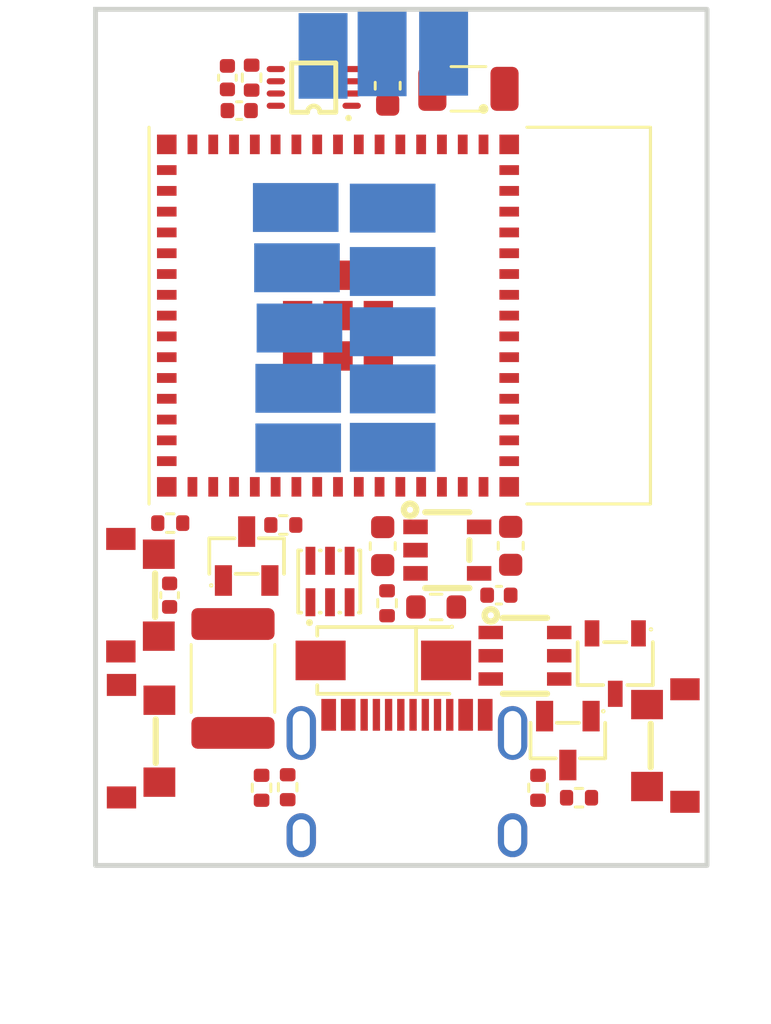
<source format=kicad_pcb>
(kicad_pcb (version 20211014) (generator pcbnew)
  (layers (0 "F.Cu" signal) (31 "B.Cu" signal) (34 "B.Paste" user) (35 "F.Paste" user) (36 "B.SilkS" user "B.Silkscreen") (37 "F.SilkS" user "F.Silkscreen") (38 "B.Mask" user) (39 "F.Mask" user) (44 "Edge.Cuts" user))
  (net 0 "")
  (net 1 "5V AFTER MOSFET")
  (net 2 "GND")
  (net 3 "+3V3")
  (net 4 "EN")
  (net 5 "+5V")
  (net 6 "Net-(C8-Pad2)")
  (net 7 "Net-(F1-Pad1)")
  (net 8 "VBUS")
  (net 9 "LED1 DATA OUT")
  (net 10 "IO12{slash}TDI")
  (net 11 "IO14{slash}SCK{slash}TMS")
  (net 12 "IO15{slash}WS{slash}TDO")
  (net 13 "IO32{slash}SD")
  (net 14 "IO27")
  (net 15 "IO33{slash}MAINBUTTON")
  (net 16 "IO26")
  (net 17 "Net-(R1-Pad1)")
  (net 18 "IO25{slash}VBUS")
  (net 19 "USB-C CC1")
  (net 20 "USB-C CC2")
  (net 27 "IO0")
  (net 28 "Net-(U1-Pad1)")
  (net 70 "IO16{slash}LED1")
  (net 72 "IO5{slash}STATUS LED DATA")
  (net 73 "IO18{slash}STATUS LED CLOCK")
  (net 75 "USB-C DATA+")
  (net 76 "USB-C DATA-")
  (net 79 "Net-(R5-Pad1)")
  (net 80 "Net-(R6-Pad2)")
  (net 81 "IO23{slash}POWERMOSFETS")
  (net 83 "3.3V AFTER MOSFET")
  (footprint "Capacitor_SMD:C_0603_1608Metric" (layer "F.Cu") (at 166.6494 94.0946 90)
    (fp_text reference "C14" hide)
    (fp_text value "10uF")
    (fp_line (start -0.14058 0.51) (end 0.14058 0.51) (layer "F.SilkS") (width 0.12))
    (fp_line (start -0.14058 -0.51) (end 0.14058 -0.51) (layer "F.SilkS") (width 0.12))
    (pad "1" smd roundrect (at -0.775 0 90) (size 0.9 0.95) (layers "F.Cu" "F.Paste" "F.Mask") (net 2 "GND"))
    (pad "2" smd roundrect (at 0.775 0 90) (size 0.9 0.95) (layers "F.Cu" "F.Paste" "F.Mask") (net 3 "+3V3"))
  )
  (footprint "footprint:SW-SMD_TS24CA" (layer "F.Cu") (at 150.4621 102.0826 90)
    (fp_text reference "SW4" hide)
    (fp_text value "TS24CA")
    (fp_line (start -0.889002 1.675006) (end 0.889002 1.675006) (layer "F.SilkS") (width 0.254001))
    (pad "" np_thru_hole circle (at 0.85014 0.275032 90) (size 0.700025 0.700025) (drill 0.700025) (layers *.Cu *.Mask))
    (pad "" np_thru_hole circle (at -0.849886 0.275032 90) (size 0.700025 0.700025) (drill 0.700025) (layers *.Cu *.Mask))
    (pad "1" smd rect (at -2.299975 0.275032 90) (size 0.9 1.2) (layers "F.Cu" "F.Paste" "F.Mask"))
    (pad "2" smd rect (at 2.299975 0.275032 270) (size 0.9 1.2) (layers "F.Cu" "F.Paste" "F.Mask"))
    (pad "3" smd rect (at -1.674879 1.824943 270) (size 1.2 1.3) (layers "F.Cu" "F.Paste" "F.Mask") (net 2 "GND"))
    (pad "4" smd rect (at 1.675133 1.824943 270) (size 1.2 1.3) (layers "F.Cu" "F.Paste" "F.Mask") (net 27 "IO0"))
  )
  (footprint "footprint:SOT-23-5_L3.0-W1.7-P0.95-LS2.8-BR" (layer "F.Cu") (at 164.0586 94.27177 180)
    (fp_text reference "U6" hide)
    (fp_text value "SPX3819M5-L-3-3_TR")
    (fp_line (start -0.900051 -1.550013) (end 0.899975 -1.550013) (layer "F.SilkS") (width 0.254001))
    (fp_line (start -0.900051 0.400025) (end -0.900051 -0.4) (layer "F.SilkS") (width 0.254001))
    (fp_line (start -0.900051 1.550013) (end 0.899975 1.550013) (layer "F.SilkS") (width 0.254001))
    (fp_circle (center 1.4 1.450038) (end 1.429997 1.450038) (layer "F.SilkS") (width 0.059995) (fill none))
    (fp_circle (center 1.523876 1.650953) (end 1.650876 1.650953) (layer "F.SilkS") (width 0.254001) (fill none))
    (pad "1" smd rect (at 1.300102 0.949911 180) (size 1 0.6) (layers "F.Cu" "F.Paste" "F.Mask") (net 5 "+5V"))
    (pad "2" smd rect (at 1.300102 -0.000051 180) (size 1 0.6) (layers "F.Cu" "F.Paste" "F.Mask") (net 2 "GND"))
    (pad "3" smd rect (at 1.300102 -0.950013 180) (size 1 0.6) (layers "F.Cu" "F.Paste" "F.Mask") (net 5 "+5V"))
    (pad "4" smd rect (at -1.300102 -0.950013 180) (size 1 0.6) (layers "F.Cu" "F.Paste" "F.Mask") (net 6 "Net-(C8-Pad2)"))
    (pad "5" smd rect (at -1.300102 0.949911 180) (size 1 0.6) (layers "F.Cu" "F.Paste" "F.Mask") (net 3 "+3V3"))
  )
  (footprint "MountingHole:MountingHole_2.2mm_M2_ISO7380" (layer "F.Cu") (at 169.6974 94.6658)
    (fp_text reference "H2" hide)
    (fp_text value "MountingHole_Pad")
    (pad "" np_thru_hole circle (at 0 0) (size 2.2 2.2) (drill 2.2) (layers *.Cu *.Mask))
  )
  (footprint "MountingHole:MountingHole_2.2mm_M2_ISO7380" (layer "F.Cu") (at 152.7048 75.0316)
    (fp_text reference "H1" hide)
    (fp_text value "MountingHole_Pad")
    (pad "" np_thru_hole circle (at 0 0) (size 2.2 2.2) (drill 2.2) (layers *.Cu *.Mask))
  )
  (footprint "Resistor_SMD:R_0402_1005Metric" (layer "F.Cu") (at 157.5308 103.9642 90)
    (fp_text reference "R7" hide)
    (fp_text value "5.1K")
    (fp_line (start -0.153641 -0.38) (end 0.153641 -0.38) (layer "F.SilkS") (width 0.12))
    (fp_line (start -0.153641 0.38) (end 0.153641 0.38) (layer "F.SilkS") (width 0.12))
    (pad "1" smd roundrect (at -0.51 0 90) (size 0.54 0.64) (layers "F.Cu" "F.Paste" "F.Mask") (net 2 "GND"))
    (pad "2" smd roundrect (at 0.51 0 90) (size 0.54 0.64) (layers "F.Cu" "F.Paste" "F.Mask") (net 19 "USB-C CC1"))
  )
  (footprint "footprint:SOT-23-3_L2.9-W1.3-P1.90-LS2.4-BR" (layer "F.Cu") (at 155.8544 94.5134 -90)
    (fp_text reference "U4" hide)
    (fp_text value "AP40P05")
    (fp_line (start -0.726213 -1.526213) (end -0.726213 -0.49459) (layer "F.SilkS") (width 0.1524))
    (fp_line (start 0.726213 1.526213) (end -0.726213 1.526213) (layer "F.SilkS") (width 0.1524))
    (fp_line (start 0.726213 -0.455398) (end 0.726213 0.455398) (layer "F.SilkS") (width 0.1524))
    (fp_line (start 0.726213 -1.526213) (end -0.726213 -1.526213) (layer "F.SilkS") (width 0.1524))
    (fp_line (start -0.726213 1.526213) (end -0.726213 0.49459) (layer "F.SilkS") (width 0.1524))
    (fp_circle (center 1.2 1.450013) (end 1.229997 1.450013) (layer "F.SilkS") (width 0.059995) (fill none))
    (pad "1" smd rect (at 1 0.949962 270) (size 1.250013 0.7) (layers "F.Cu" "F.Paste" "F.Mask") (net 79 "Net-(R5-Pad1)"))
    (pad "2" smd rect (at 1 -0.949962 270) (size 1.250013 0.7) (layers "F.Cu" "F.Paste" "F.Mask") (net 5 "+5V"))
    (pad "3" smd rect (at -1 0 270) (size 1.250013 0.7) (layers "F.Cu" "F.Paste" "F.Mask") (net 1 "5V AFTER MOSFET"))
  )
  (footprint "Resistor_SMD:R_0402_1005Metric" (layer "F.Cu") (at 167.767 103.9876 -90)
    (fp_text reference "R9" hide)
    (fp_text value "100K")
    (fp_line (start -0.153641 -0.38) (end 0.153641 -0.38) (layer "F.SilkS") (width 0.12))
    (fp_line (start -0.153641 0.38) (end 0.153641 0.38) (layer "F.SilkS") (width 0.12))
    (pad "1" smd roundrect (at -0.51 0 270) (size 0.54 0.64) (layers "F.Cu" "F.Paste" "F.Mask") (net 79 "Net-(R5-Pad1)"))
    (pad "2" smd roundrect (at 0.51 0 270) (size 0.54 0.64) (layers "F.Cu" "F.Paste" "F.Mask") (net 3 "+3V3"))
  )
  (footprint "Capacitor_SMD:C_0402_1005Metric" (layer "F.Cu") (at 155.067 74.9554 90)
    (fp_text reference "C1" hide)
    (fp_text value "0.1uF")
    (fp_line (start -0.107836 0.36) (end 0.107836 0.36) (layer "F.SilkS") (width 0.12))
    (fp_line (start -0.107836 -0.36) (end 0.107836 -0.36) (layer "F.SilkS") (width 0.12))
    (pad "1" smd roundrect (at -0.48 0 90) (size 0.56 0.62) (layers "F.Cu" "F.Paste" "F.Mask") (net 1 "5V AFTER MOSFET"))
    (pad "2" smd roundrect (at 0.48 0 90) (size 0.56 0.62) (layers "F.Cu" "F.Paste" "F.Mask") (net 2 "GND"))
  )
  (footprint "Resistor_SMD:R_0402_1005Metric" (layer "F.Cu") (at 156.464 103.9876 90)
    (fp_text reference "R8" hide)
    (fp_text value "5.1K")
    (fp_line (start -0.153641 0.38) (end 0.153641 0.38) (layer "F.SilkS") (width 0.12))
    (fp_line (start -0.153641 -0.38) (end 0.153641 -0.38) (layer "F.SilkS") (width 0.12))
    (pad "1" smd roundrect (at -0.51 0 90) (size 0.54 0.64) (layers "F.Cu" "F.Paste" "F.Mask") (net 2 "GND"))
    (pad "2" smd roundrect (at 0.51 0 90) (size 0.54 0.64) (layers "F.Cu" "F.Paste" "F.Mask") (net 20 "USB-C CC2"))
  )
  (footprint "footprint:VSSOP-8_L2.4-W2.1-P0.50-LS3.2-BR" (layer "F.Cu") (at 158.5976 75.3618)
    (fp_text reference "U2" hide)
    (fp_text value "SN74LVC2T45DCUR")
    (fp_line (start -0.254102 1.008001) (end -0.900152 1.008001) (layer "F.SilkS") (width 0.2))
    (fp_line (start 0.899873 0.991948) (end 0.899873 -1.008001) (layer "F.SilkS") (width 0.2))
    (fp_line (start 0.899873 -1.008001) (end -0.900152 -1.008001) (layer "F.SilkS") (width 0.2))
    (fp_line (start 0.253899 1.008001) (end 0.899873 1.008001) (layer "F.SilkS") (width 0.2))
    (fp_line (start -0.900152 -1.008001) (end -0.900152 0.991948) (layer "F.SilkS") (width 0.2))
    (fp_arc (start -0.254128 1.007976) (mid -0.000127 0.753975) (end 0.253874 1.007976) (layer "F.SilkS") (width 0.2))
    (fp_circle (center 1.4224 1.2446) (end 1.524 1.2446) (layer "F.SilkS") (width 0.059995) (fill solid))
    (pad "1" smd oval (at 1.549911 0.741961) (size 0.750013 0.250013) (layers "F.Cu" "F.Paste" "F.Mask") (net 1 "5V AFTER MOSFET"))
    (pad "2" smd oval (at 1.549911 0.241834) (size 0.750013 0.250013) (layers "F.Cu" "F.Paste" "F.Mask") (net 17 "Net-(R1-Pad1)"))
    (pad "3" smd oval (at 1.549911 -0.258039) (size 0.750013 0.250013) (layers "F.Cu" "F.Paste" "F.Mask") (net 2 "GND"))
    (pad "4" smd oval (at 1.549911 -0.758166) (size 0.750013 0.250013) (layers "F.Cu" "F.Paste" "F.Mask") (net 2 "GND"))
    (pad "5" smd oval (at -1.549911 -0.758166) (size 0.750013 0.250013) (layers "F.Cu" "F.Paste" "F.Mask") (net 2 "GND"))
    (pad "6" smd oval (at -1.549911 -0.258039) (size 0.750013 0.250013) (layers "F.Cu" "F.Paste" "F.Mask") (net 2 "GND"))
    (pad "7" smd oval (at -1.549911 0.241834) (size 0.750013 0.250013) (layers "F.Cu" "F.Paste" "F.Mask") (net 70 "IO16{slash}LED1"))
    (pad "8" smd oval (at -1.549911 0.741961) (size 0.750013 0.250013) (layers "F.Cu" "F.Paste" "F.Mask") (net 3 "+3V3"))
  )
  (footprint "footprint:SOT-23-6_L2.9-W1.6-P0.95-LS2.8-BR" (layer "F.Cu") (at 167.2336 98.589745 180)
    (fp_text reference "U3" hide)
    (fp_text value "SN74LVC1G373DBVR")
    (fp_line (start -0.9 1.550013) (end 0.900025 1.550013) (layer "F.SilkS") (width 0.254001))
    (fp_line (start -0.9 -1.550013) (end 0.900025 -1.550013) (layer "F.SilkS") (width 0.254001))
    (fp_circle (center 1.397003 1.650902) (end 1.524003 1.650902) (layer "F.SilkS") (width 0.254001) (fill none))
    (fp_circle (center 1.400025 1.434976) (end 1.430023 1.434976) (layer "F.SilkS") (width 0.059995) (fill none))
    (pad "1" smd rect (at 1.400051 0.94986 180) (size 1 0.550013) (layers "F.Cu" "F.Paste" "F.Mask"))
    (pad "2" smd rect (at 1.400051 -0.000102 180) (size 1 0.550013) (layers "F.Cu" "F.Paste" "F.Mask") (net 2 "GND"))
    (pad "3" smd rect (at 1.400051 -0.950064 180) (size 1 0.550013) (layers "F.Cu" "F.Paste" "F.Mask") (net 81 "IO23{slash}POWERMOSFETS"))
    (pad "4" smd rect (at -1.400051 -0.950064 180) (size 1 0.550013) (layers "F.Cu" "F.Paste" "F.Mask") (net 80 "Net-(R6-Pad2)"))
    (pad "5" smd rect (at -1.400051 -0.000102 180) (size 1 0.550013) (layers "F.Cu" "F.Paste" "F.Mask") (net 3 "+3V3"))
    (pad "6" smd rect (at -1.400051 0.94986 180) (size 1 0.550013) (layers "F.Cu" "F.Paste" "F.Mask"))
  )
  (footprint "footprint:SW-SMD_TS24CA" (layer "F.Cu") (at 174.0483 102.2604 -90)
    (fp_text reference "SW1" hide)
    (fp_text value "TS24CA")
    (fp_line (start -0.889002 1.675006) (end 0.889002 1.675006) (layer "F.SilkS") (width 0.254001))
    (pad "" np_thru_hole circle (at 0.85014 0.275032 270) (size 0.700025 0.700025) (drill 0.700025) (layers *.Cu *.Mask))
    (pad "" np_thru_hole circle (at -0.849886 0.275032 270) (size 0.700025 0.700025) (drill 0.700025) (layers *.Cu *.Mask))
    (pad "1" smd rect (at -2.299975 0.275032 270) (size 0.9 1.2) (layers "F.Cu" "F.Paste" "F.Mask"))
    (pad "2" smd rect (at 2.299975 0.275032 90) (size 0.9 1.2) (layers "F.Cu" "F.Paste" "F.Mask"))
    (pad "3" smd rect (at -1.674879 1.824943 90) (size 1.2 1.3) (layers "F.Cu" "F.Paste" "F.Mask") (net 3 "+3V3"))
    (pad "4" smd rect (at 1.675133 1.824943 90) (size 1.2 1.3) (layers "F.Cu" "F.Paste" "F.Mask") (net 15 "IO33{slash}MAINBUTTON"))
  )
  (footprint "Capacitor_SMD:C_0402_1005Metric" (layer "F.Cu") (at 152.7048 96.1136 -90)
    (fp_text reference "C4" hide)
    (fp_text value "1uF")
    (fp_line (start -0.107836 -0.36) (end 0.107836 -0.36) (layer "F.SilkS") (width 0.12))
    (fp_line (start -0.107836 0.36) (end 0.107836 0.36) (layer "F.SilkS") (width 0.12))
    (pad "1" smd roundrect (at -0.48 0 270) (size 0.56 0.62) (layers "F.Cu" "F.Paste" "F.Mask") (net 4 "EN"))
    (pad "2" smd roundrect (at 0.48 0 270) (size 0.56 0.62) (layers "F.Cu" "F.Paste" "F.Mask") (net 2 "GND"))
  )
  (footprint "Resistor_SMD:R_0402_1005Metric" (layer "F.Cu") (at 156.0576 74.9554 90)
    (fp_text reference "R1" hide)
    (fp_text value "62")
    (fp_line (start -0.153641 -0.38) (end 0.153641 -0.38) (layer "F.SilkS") (width 0.12))
    (fp_line (start -0.153641 0.38) (end 0.153641 0.38) (layer "F.SilkS") (width 0.12))
    (pad "1" smd roundrect (at -0.51 0 90) (size 0.54 0.64) (layers "F.Cu" "F.Paste" "F.Mask") (net 17 "Net-(R1-Pad1)"))
    (pad "2" smd roundrect (at 0.51 0 90) (size 0.54 0.64) (layers "F.Cu" "F.Paste" "F.Mask") (net 9 "LED1 DATA OUT"))
  )
  (footprint "Capacitor_SMD:C_0402_1005Metric" (layer "F.Cu") (at 166.1668 96.1136 180)
    (fp_text reference "C8" hide)
    (fp_text value "10nF")
    (fp_line (start -0.107836 0.36) (end 0.107836 0.36) (layer "F.SilkS") (width 0.12))
    (fp_line (start -0.107836 -0.36) (end 0.107836 -0.36) (layer "F.SilkS") (width 0.12))
    (pad "1" smd roundrect (at -0.48 0 180) (size 0.56 0.62) (layers "F.Cu" "F.Paste" "F.Mask") (net 2 "GND"))
    (pad "2" smd roundrect (at 0.48 0 180) (size 0.56 0.62) (layers "F.Cu" "F.Paste" "F.Mask") (net 6 "Net-(C8-Pad2)"))
  )
  (footprint "Resistor_SMD:R_0603_1608Metric" (layer "F.Cu") (at 163.6014 96.5962)
    (fp_text reference "R4" hide)
    (fp_text value "160K")
    (fp_line (start -0.237258 -0.5225) (end 0.237258 -0.5225) (layer "F.SilkS") (width 0.12))
    (fp_line (start -0.237258 0.5225) (end 0.237258 0.5225) (layer "F.SilkS") (width 0.12))
    (pad "1" smd roundrect (at -0.825 0) (size 0.8 0.95) (layers "F.Cu" "F.Paste" "F.Mask") (net 2 "GND"))
    (pad "2" smd roundrect (at 0.825 0) (size 0.8 0.95) (layers "F.Cu" "F.Paste" "F.Mask") (net 18 "IO25{slash}VBUS"))
  )
  (footprint "Capacitor_SMD:C_0603_1608Metric" (layer "F.Cu") (at 161.417 94.107 90)
    (fp_text reference "C6" hide)
    (fp_text value "10uF")
    (fp_line (start -0.14058 -0.51) (end 0.14058 -0.51) (layer "F.SilkS") (width 0.12))
    (fp_line (start -0.14058 0.51) (end 0.14058 0.51) (layer "F.SilkS") (width 0.12))
    (pad "1" smd roundrect (at -0.775 0 90) (size 0.9 0.95) (layers "F.Cu" "F.Paste" "F.Mask") (net 2 "GND"))
    (pad "2" smd roundrect (at 0.775 0 90) (size 0.9 0.95) (layers "F.Cu" "F.Paste" "F.Mask") (net 5 "+5V"))
  )
  (footprint "footprint:LED-SMD_6P-L2.0-W2.0-P0.80-TL" (layer "F.Cu") (at 159.2326 95.5548 90)
    (fp_text reference "U8" hide)
    (fp_text value "SK9822-EC20")
    (fp_line (start 1.270003 0.410058) (end 1.270003 0.449886) (layer "F.SilkS") (width 0.151994))
    (fp_line (start -1.016002 -1.270003) (end 1.270003 -1.270003) (layer "F.SilkS") (width 0.151994))
    (fp_line (start 1.270003 1.21016) (end 1.270003 1.270003) (layer "F.SilkS") (width 0.151994))
    (fp_line (start -1.270003 0.449886) (end -1.270003 0.410058) (layer "F.SilkS") (width 0.151994))
    (fp_line (start -1.270003 -1.270003) (end -1.016002 -1.270003) (layer "F.SilkS") (width 0.151994))
    (fp_line (start -1.270003 1.270003) (end -1.270003 1.21016) (layer "F.SilkS") (width 0.151994))
    (fp_line (start -1.270003 -0.350216) (end -1.270003 -0.390043) (layer "F.SilkS") (width 0.151994))
    (fp_line (start 1.270003 1.270003) (end -1.270003 1.270003) (layer "F.SilkS") (width 0.151994))
    (fp_line (start -1.270003 -1.150318) (end -1.270003 -1.270003) (layer "F.SilkS") (width 0.151994))
    (fp_line (start 1.270003 -0.390043) (end 1.270003 -0.350216) (layer "F.SilkS") (width 0.151994))
    (fp_line (start 1.270003 -1.270003) (end 1.270003 -1.150318) (layer "F.SilkS") (width 0.151994))
    (fp_circle (center -1.679959 -0.810008) (end -1.609855 -0.810008) (layer "F.SilkS") (width 0.140005) (fill none))
    (pad "1" smd rect (at -0.8476 -0.77013 90) (size 1.145009 0.4) (layers "F.Cu" "F.Paste" "F.Mask"))
    (pad "2" smd rect (at -0.8476 0.029972 90) (size 1.145009 0.4) (layers "F.Cu" "F.Paste" "F.Mask") (net 2 "GND"))
    (pad "3" smd rect (at -0.8476 0.830074 90) (size 1.145009 0.4) (layers "F.Cu" "F.Paste" "F.Mask") (net 72 "IO5{slash}STATUS LED DATA"))
    (pad "4" smd rect (at 0.8476 0.830074 90) (size 1.145009 0.4) (layers "F.Cu" "F.Paste" "F.Mask") (net 73 "IO18{slash}STATUS LED CLOCK"))
    (pad "5" smd rect (at 0.8476 0.029972 90) (size 1.145009 0.4) (layers "F.Cu" "F.Paste" "F.Mask") (net 1 "5V AFTER MOSFET"))
    (pad "6" smd rect (at 0.8476 -0.77013 90) (size 1.145009 0.4) (layers "F.Cu" "F.Paste" "F.Mask"))
  )
  (footprint "footprint:SOT-23-3_L2.9-W1.3-P1.90-LS2.4-BR" (layer "F.Cu") (at 168.9862 102.0572 90)
    (fp_text reference "U5" hide)
    (fp_text value "AP40P05")
    (fp_line (start 0.726213 -0.455398) (end 0.726213 0.455398) (layer "F.SilkS") (width 0.1524))
    (fp_line (start 0.726213 1.526213) (end -0.726213 1.526213) (layer "F.SilkS") (width 0.1524))
    (fp_line (start 0.726213 -1.526213) (end -0.726213 -1.526213) (layer "F.SilkS") (width 0.1524))
    (fp_line (start -0.726213 -1.526213) (end -0.726213 -0.49459) (layer "F.SilkS") (width 0.1524))
    (fp_line (start -0.726213 1.526213) (end -0.726213 0.49459) (layer "F.SilkS") (width 0.1524))
    (fp_circle (center 1.2 1.450013) (end 1.229997 1.450013) (layer "F.SilkS") (width 0.059995) (fill none))
    (pad "1" smd rect (at 1 0.949962 90) (size 1.250013 0.7) (layers "F.Cu" "F.Paste" "F.Mask") (net 79 "Net-(R5-Pad1)"))
    (pad "2" smd rect (at 1 -0.949962 90) (size 1.250013 0.7) (layers "F.Cu" "F.Paste" "F.Mask") (net 3 "+3V3"))
    (pad "3" smd rect (at -1 0 90) (size 1.250013 0.7) (layers "F.Cu" "F.Paste" "F.Mask") (net 83 "3.3V AFTER MOSFET"))
  )
  (footprint "Capacitor_SMD:C_1206_3216Metric" (layer "F.Cu") (at 164.9222 75.4126)
    (fp_text reference "C5" hide)
    (fp_text value "220uF")
    (fp_line (start -0.711252 -0.91) (end 0.711252 -0.91) (layer "F.SilkS") (width 0.12))
    (fp_line (start -0.711252 0.91) (end 0.711252 0.91) (layer "F.SilkS") (width 0.12))
    (pad "1" smd roundrect (at -1.475 0) (size 1.15 1.8) (layers "F.Cu" "F.Paste" "F.Mask") (roundrect_rratio 0.2173913043) (net 1 "5V AFTER MOSFET"))
    (pad "2" smd roundrect (at 1.475 0) (size 1.15 1.8) (layers "F.Cu" "F.Paste" "F.Mask") (roundrect_rratio 0.2173913043) (net 2 "GND"))
  )
  (footprint "Capacitor_SMD:C_0603_1608Metric" (layer "F.Cu") (at 161.6202 75.2856 90)
    (fp_text reference "C3" hide)
    (fp_text value "10uF")
    (fp_line (start -0.14058 0.51) (end 0.14058 0.51) (layer "F.SilkS") (width 0.12))
    (fp_line (start -0.14058 -0.51) (end 0.14058 -0.51) (layer "F.SilkS") (width 0.12))
    (pad "1" smd roundrect (at -0.775 0 90) (size 0.9 0.95) (layers "F.Cu" "F.Paste" "F.Mask") (net 3 "+3V3"))
    (pad "2" smd roundrect (at 0.775 0 90) (size 0.9 0.95) (layers "F.Cu" "F.Paste" "F.Mask") (net 2 "GND"))
  )
  (footprint "Resistor_SMD:R_0402_1005Metric" (layer "F.Cu") (at 157.353 93.2434 180)
    (fp_text reference "R5" hide)
    (fp_text value "100K")
    (fp_line (start -0.153641 0.38) (end 0.153641 0.38) (layer "F.SilkS") (width 0.12))
    (fp_line (start -0.153641 -0.38) (end 0.153641 -0.38) (layer "F.SilkS") (width 0.12))
    (pad "1" smd roundrect (at -0.51 0 180) (size 0.54 0.64) (layers "F.Cu" "F.Paste" "F.Mask") (net 79 "Net-(R5-Pad1)"))
    (pad "2" smd roundrect (at 0.51 0 180) (size 0.54 0.64) (layers "F.Cu" "F.Paste" "F.Mask") (net 5 "+5V"))
  )
  (footprint "Fuse:Fuse_1812_4532Metric_Pad1.30x3.40mm_HandSolder" (layer "F.Cu") (at 155.2956 99.5172 -90)
    (fp_text reference "F1" hide)
    (fp_text value "BSMD1812-300-16V")
    (fp_line (start -1.386252 1.71) (end 1.386252 1.71) (layer "F.SilkS") (width 0.12))
    (fp_line (start -1.386252 -1.71) (end 1.386252 -1.71) (layer "F.SilkS") (width 0.12))
    (pad "1" smd roundrect (at -2.225 0 270) (size 1.3 3.4) (layers "F.Cu" "F.Paste" "F.Mask") (roundrect_rratio 0.1923076923) (net 7 "Net-(F1-Pad1)"))
    (pad "2" smd roundrect (at 2.225 0 270) (size 1.3 3.4) (layers "F.Cu" "F.Paste" "F.Mask") (roundrect_rratio 0.1923076923) (net 8 "VBUS"))
  )
  (footprint "footprint:ESP32-S3-MINI-1-N8" (layer "F.Cu") (at 159.5882 84.6836 -90)
    (fp_text reference "U1" hide)
    (fp_text value "ESP32-S3-MINI-1-N8")
    (fp_line (start -7.7 -7.725) (end -7.7 -12.775) (layer "F.SilkS") (width 0.127))
    (fp_line (start 7.7 -12.775) (end 7.7 -7.725) (layer "F.SilkS") (width 0.127))
    (fp_line (start 7.7 7.725) (end -7.7 7.725) (layer "F.SilkS") (width 0.127))
    (fp_line (start -7.7 -12.775) (end 7.7 -12.775) (layer "F.SilkS") (width 0.127))
    (fp_circle (center -8.45 -5.95) (end -8.35 -5.95) (layer "F.SilkS") (width 0.2) (fill none))
    (pad "1" smd rect (at -7 -5.95 270) (size 0.8 0.4) (layers "F.Cu" "F.Paste" "F.Mask") (net 28 "Net-(U1-Pad1)"))
    (pad "2" smd rect (at -7 -5.1 270) (size 0.8 0.4) (layers "F.Cu" "F.Paste" "F.Mask") (net 28 "Net-(U1-Pad1)"))
    (pad "3" smd rect (at -7 -4.25 270) (size 0.8 0.4) (layers "F.Cu" "F.Paste" "F.Mask"))
    (pad "4" smd rect (at -7 -3.4 270) (size 0.8 0.4) (layers "F.Cu" "F.Paste" "F.Mask"))
    (pad "5" smd rect (at -7 -2.55 270) (size 0.8 0.4) (layers "F.Cu" "F.Paste" "F.Mask"))
    (pad "6" smd rect (at -7 -1.7 270) (size 0.8 0.4) (layers "F.Cu" "F.Paste" "F.Mask"))
    (pad "7" smd rect (at -7 -0.85 270) (size 0.8 0.4) (layers "F.Cu" "F.Paste" "F.Mask"))
    (pad "8" smd rect (at -7 0 270) (size 0.8 0.4) (layers "F.Cu" "F.Paste" "F.Mask"))
    (pad "9" smd rect (at -7 0.85 270) (size 0.8 0.4) (layers "F.Cu" "F.Paste" "F.Mask"))
    (pad "10" smd rect (at -7 1.7 270) (size 0.8 0.4) (layers "F.Cu" "F.Paste" "F.Mask"))
    (pad "11" smd rect (at -7 2.55 270) (size 0.8 0.4) (layers "F.Cu" "F.Paste" "F.Mask"))
    (pad "12" smd rect (at -7 3.4 270) (size 0.8 0.4) (layers "F.Cu" "F.Paste" "F.Mask"))
    (pad "13" smd rect (at -7 4.25 270) (size 0.8 0.4) (layers "F.Cu" "F.Paste" "F.Mask"))
    (pad "14" smd rect (at -7 5.1 270) (size 0.8 0.4) (layers "F.Cu" "F.Paste" "F.Mask"))
    (pad "15" smd rect (at -7 5.95 270) (size 0.8 0.4) (layers "F.Cu" "F.Paste" "F.Mask"))
    (pad "16" smd rect (at -5.95 7 270) (size 0.4 0.8) (layers "F.Cu" "F.Paste" "F.Mask"))
    (pad "17" smd rect (at -5.1 7 270) (size 0.4 0.8) (layers "F.Cu" "F.Paste" "F.Mask"))
    (pad "18" smd rect (at -4.25 7 270) (size 0.4 0.8) (layers "F.Cu" "F.Paste" "F.Mask"))
    (pad "19" smd rect (at -3.4 7 270) (size 0.4 0.8) (layers "F.Cu" "F.Paste" "F.Mask"))
    (pad "20" smd rect (at -2.55 7 270) (size 0.4 0.8) (layers "F.Cu" "F.Paste" "F.Mask"))
    (pad "21" smd rect (at -1.7 7 270) (size 0.4 0.8) (layers "F.Cu" "F.Paste" "F.Mask"))
    (pad "22" smd rect (at -0.85 7 270) (size 0.4 0.8) (layers "F.Cu" "F.Paste" "F.Mask"))
    (pad "23" smd rect (at 0 7 270) (size 0.4 0.8) (layers "F.Cu" "F.Paste" "F.Mask"))
    (pad "24" smd rect (at 0.85 7 270) (size 0.4 0.8) (layers "F.Cu" "F.Paste" "F.Mask"))
    (pad "25" smd rect (at 1.7 7 270) (size 0.4 0.8) (layers "F.Cu" "F.Paste" "F.Mask"))
    (pad "26" smd rect (at 2.55 7 270) (size 0.4 0.8) (layers "F.Cu" "F.Paste" "F.Mask"))
    (pad "27" smd rect (at 3.4 7 270) (size 0.4 0.8) (layers "F.Cu" "F.Paste" "F.Mask"))
    (pad "28" smd rect (at 4.25 7 270) (size 0.4 0.8) (layers "F.Cu" "F.Paste" "F.Mask"))
    (pad "29" smd rect (at 5.1 7 270) (size 0.4 0.8) (layers "F.Cu" "F.Paste" "F.Mask"))
    (pad "30" smd rect (at 5.95 7 270) (size 0.4 0.8) (layers "F.Cu" "F.Paste" "F.Mask"))
    (pad "31" smd rect (at 7 5.95 270) (size 0.8 0.4) (layers "F.Cu" "F.Paste" "F.Mask"))
    (pad "32" smd rect (at 7 5.1 270) (size 0.8 0.4) (layers "F.Cu" "F.Paste" "F.Mask"))
    (pad "33" smd rect (at 7 4.25 270) (size 0.8 0.4) (layers "F.Cu" "F.Paste" "F.Mask"))
    (pad "34" smd rect (at 7 3.4 270) (size 0.8 0.4) (layers "F.Cu" "F.Paste" "F.Mask"))
    (pad "35" smd rect (at 7 2.55 270) (size 0.8 0.4) (layers "F.Cu" "F.Paste" "F.Mask"))
    (pad "36" smd rect (at 7 1.7 270) (size 0.8 0.4) (layers "F.Cu" "F.Paste" "F.Mask"))
    (pad "37" smd rect (at 7 0.85 270) (size 0.8 0.4) (layers "F.Cu" "F.Paste" "F.Mask"))
    (pad "38" smd rect (at 7 0 270) (size 0.8 0.4) (layers "F.Cu" "F.Paste" "F.Mask"))
    (pad "39" smd rect (at 7 -0.85 270) (size 0.8 0.4) (layers "F.Cu" "F.Paste" "F.Mask"))
    (pad "40" smd rect (at 7 -1.7 270) (size 0.8 0.4) (layers "F.Cu" "F.Paste" "F.Mask"))
    (pad "41" smd rect (at 7 -2.55 270) (size 0.8 0.4) (layers "F.Cu" "F.Paste" "F.Mask"))
    (pad "42" smd rect (at 7 -3.4 270) (size 0.8 0.4) (layers "F.Cu" "F.Paste" "F.Mask") (net 28 "Net-(U1-Pad1)"))
    (pad "43" smd rect (at 7 -4.25 270) (size 0.8 0.4) (layers "F.Cu" "F.Paste" "F.Mask") (net 28 "Net-(U1-Pad1)"))
    (pad "44" smd rect (at 7 -5.1 270) (size 0.8 0.4) (layers "F.Cu" "F.Paste" "F.Mask"))
    (pad "45" smd rect (at 7 -5.95 270) (size 0.8 0.4) (layers "F.Cu" "F.Paste" "F.Mask"))
    (pad "46" smd rect (at 5.95 -7 270) (size 0.4 0.8) (layers "F.Cu" "F.Paste" "F.Mask") (net 28 "Net-(U1-Pad1)"))
    (pad "47" smd rect (at 5.1 -7 270) (size 0.4 0.8) (layers "F.Cu" "F.Paste" "F.Mask") (net 28 "Net-(U1-Pad1)"))
    (pad "48" smd rect (at 4.25 -7 270) (size 0.4 0.8) (layers "F.Cu" "F.Paste" "F.Mask") (net 28 "Net-(U1-Pad1)"))
    (pad "49" smd rect (at 3.4 -7 270) (size 0.4 0.8) (layers "F.Cu" "F.Paste" "F.Mask") (net 28 "Net-(U1-Pad1)"))
    (pad "50" smd rect (at 2.55 -7 270) (size 0.4 0.8) (layers "F.Cu" "F.Paste" "F.Mask") (net 28 "Net-(U1-Pad1)"))
    (pad "51" smd rect (at 1.7 -7 270) (size 0.4 0.8) (layers "F.Cu" "F.Paste" "F.Mask") (net 28 "Net-(U1-Pad1)"))
    (pad "52" smd rect (at 0.85 -7 270) (size 0.4 0.8) (layers "F.Cu" "F.Paste" "F.Mask") (net 28 "Net-(U1-Pad1)"))
    (pad "53" smd rect (at 0 -7 270) (size 0.4 0.8) (layers "F.Cu" "F.Paste" "F.Mask") (net 28 "Net-(U1-Pad1)"))
    (pad "54" smd rect (at -0.85 -7 270) (size 0.4 0.8) (layers "F.Cu" "F.Paste" "F.Mask") (net 28 "Net-(U1-Pad1)"))
    (pad "55" smd rect (at -1.7 -7 270) (size 0.4 0.8) (layers "F.Cu" "F.Paste" "F.Mask") (net 28 "Net-(U1-Pad1)"))
    (pad "56" smd rect (at -2.55 -7 270) (size 0.4 0.8) (layers "F.Cu" "F.Paste" "F.Mask") (net 28 "Net-(U1-Pad1)"))
    (pad "57" smd rect (at -3.4 -7 270) (size 0.4 0.8) (layers "F.Cu" "F.Paste" "F.Mask") (net 28 "Net-(U1-Pad1)"))
    (pad "58" smd rect (at -4.25 -7 270) (size 0.4 0.8) (layers "F.Cu" "F.Paste" "F.Mask") (net 28 "Net-(U1-Pad1)"))
    (pad "59" smd rect (at -5.1 -7 270) (size 0.4 0.8) (layers "F.Cu" "F.Paste" "F.Mask") (net 28 "Net-(U1-Pad1)"))
    (pad "60" smd rect (at -5.95 -7 270) (size 0.4 0.8) (layers "F.Cu" "F.Paste" "F.Mask") (net 28 "Net-(U1-Pad1)"))
    (pad "61" smd rect (at 0 0 270) (size 1.2 1.2) (layers "F.Cu" "F.Paste" "F.Mask") (net 28 "Net-(U1-Pad1)"))
    (pad "61_1" smd custom (at -1.65 -1.65 270) (size 0.4 0.4) (layers "F.Cu") (net 28 "Net-(U1-Pad1)") (options (clearance outline) (anchor rect)) (primitives (gr_poly (pts (xy -0.6 0.6) (xy 0.6 0.6) (xy 0.6 -0.6) (xy 0 -0.6) (xy -0.6 0)) (width 0.01) (fill yes))))
    (pad "61_2" smd rect (at 0 -1.65 270) (size 1.2 1.2) (layers "F.Cu" "F.Paste" "F.Mask") (net 28 "Net-(U1-Pad1)"))
    (pad "61_3" smd rect (at 1.65 -1.65 270) (size 1.2 1.2) (layers "F.Cu" "F.Paste" "F.Mask") (net 28 "Net-(U1-Pad1)"))
    (pad "61_4" smd rect (at 1.65 0 270) (size 1.2 1.2) (layers "F.Cu" "F.Paste" "F.Mask") (net 28 "Net-(U1-Pad1)"))
    (pad "61_5" smd rect (at 1.65 1.65 270) (size 1.2 1.2) (layers "F.Cu" "F.Paste" "F.Mask") (net 28 "Net-(U1-Pad1)"))
    (pad "61_6" smd rect (at 0 1.65 270) (size 1.2 1.2) (layers "F.Cu" "F.Paste" "F.Mask") (net 28 "Net-(U1-Pad1)"))
    (pad "61_7" smd rect (at -1.65 1.65 270) (size 1.2 1.2) (layers "F.Cu" "F.Paste" "F.Mask") (net 28 "Net-(U1-Pad1)"))
    (pad "61_8" smd rect (at -1.65 0 270) (size 1.2 1.2) (layers "F.Cu" "F.Paste" "F.Mask") (net 28 "Net-(U1-Pad1)"))
    (pad "62" smd rect (at -7 -7 270) (size 0.8 0.8) (layers "F.Cu" "F.Paste" "F.Mask") (net 28 "Net-(U1-Pad1)"))
    (pad "63" smd rect (at -7 7 270) (size 0.8 0.8) (layers "F.Cu" "F.Paste" "F.Mask") (net 28 "Net-(U1-Pad1)"))
    (pad "64" smd rect (at 7 7 270) (size 0.8 0.8) (layers "F.Cu" "F.Paste" "F.Mask") (net 28 "Net-(U1-Pad1)"))
    (pad "65" smd rect (at 7 -7 270) (size 0.8 0.8) (layers "F.Cu" "F.Paste" "F.Mask") (net 28 "Net-(U1-Pad1)"))
  )
  (footprint "footprint:SOT-23-3_L2.9-W1.6-P1.90-LS2.8-BR" (layer "F.Cu") (at 170.924259 98.909999 90)
    (fp_text reference "U9" hide)
    (fp_text value "AO3400A")
    (fp_line (start 0.876073 -0.455398) (end 0.876073 0.455398) (layer "F.SilkS") (width 0.1524))
    (fp_line (start -0.876327 1.536195) (end -0.876327 0.49459) (layer "F.SilkS") (width 0.1524))
    (fp_line (start 0.876073 -1.536195) (end -0.876327 -1.536195) (layer "F.SilkS") (width 0.1524))
    (fp_line (start -0.876327 -1.536195) (end -0.876327 -0.49459) (layer "F.SilkS") (width 0.1524))
    (fp_line (start 0.876073 1.536195) (end -0.876327 1.536195) (layer "F.SilkS") (width 0.1524))
    (fp_circle (center 1.399873 1.459995) (end 1.42987 1.459995) (layer "F.SilkS") (width 0.059995) (fill none))
    (pad "1" smd rect (at 1.235077 0.949962 90) (size 1.070003 0.6) (layers "F.Cu" "F.Paste" "F.Mask") (net 80 "Net-(R6-Pad2)"))
    (pad "2" smd rect (at 1.235077 -0.949962 90) (size 1.070003 0.6) (layers "F.Cu" "F.Paste" "F.Mask") (net 2 "GND"))
    (pad "3" smd rect (at -1.235077 0 90) (size 1.070003 0.6) (layers "F.Cu" "F.Paste" "F.Mask") (net 79 "Net-(R5-Pad1)"))
  )
  (footprint "Resistor_SMD:R_0402_1005Metric" (layer "F.Cu") (at 169.4434 104.394 180)
    (fp_text reference "R6" hide)
    (fp_text value "100K")
    (fp_line (start -0.153641 0.38) (end 0.153641 0.38) (layer "F.SilkS") (width 0.12))
    (fp_line (start -0.153641 -0.38) (end 0.153641 -0.38) (layer "F.SilkS") (width 0.12))
    (pad "1" smd roundrect (at -0.51 0 180) (size 0.54 0.64) (layers "F.Cu" "F.Paste" "F.Mask") (net 2 "GND"))
    (pad "2" smd roundrect (at 0.51 0 180) (size 0.54 0.64) (layers "F.Cu" "F.Paste" "F.Mask") (net 80 "Net-(R6-Pad2)"))
  )
  (footprint "footprint:SMA_L4.4-W2.8-LS5.4-RD" (layer "F.Cu") (at 161.4424 98.7806 180)
    (fp_text reference "U7" hide)
    (fp_text value "SS54")
    (fp_line (start -2.701168 1.363703) (end 2.701168 1.363703) (layer "F.SilkS") (width 0.1524))
    (fp_line (start 2.701168 1.363703) (end 2.701168 1.013208) (layer "F.SilkS") (width 0.1524))
    (fp_line (start -2.701168 -1.363703) (end 2.701168 -1.363703) (layer "F.SilkS") (width 0.1524))
    (fp_line (start 2.701168 -1.363703) (end 2.701168 -1.013208) (layer "F.SilkS") (width 0.1524))
    (fp_line (start -1.338964 -1.363703) (end -1.338964 1.363703) (layer "F.SilkS") (width 0.1524))
    (fp_circle (center -2.800127 1.374879) (end -2.770155 1.374879) (layer "F.SilkS") (width 0.059995) (fill none))
    (pad "1" smd rect (at -2.565431 -0.000025 180) (size 2.04638 1.620015) (layers "F.Cu" "F.Paste" "F.Mask") (net 5 "+5V"))
    (pad "2" smd rect (at 2.56538 -0.000025 180) (size 2.04638 1.620015) (layers "F.Cu" "F.Paste" "F.Mask") (net 8 "VBUS"))
  )
  (footprint "Capacitor_SMD:C_0402_1005Metric" (layer "F.Cu") (at 155.5496 76.3016)
    (fp_text reference "C2" hide)
    (fp_text value "0.1uF")
    (fp_line (start -0.107836 0.36) (end 0.107836 0.36) (layer "F.SilkS") (width 0.12))
    (fp_line (start -0.107836 -0.36) (end 0.107836 -0.36) (layer "F.SilkS") (width 0.12))
    (pad "1" smd roundrect (at -0.48 0) (size 0.56 0.62) (layers "F.Cu" "F.Paste" "F.Mask") (net 3 "+3V3"))
    (pad "2" smd roundrect (at 0.48 0) (size 0.56 0.62) (layers "F.Cu" "F.Paste" "F.Mask") (net 2 "GND"))
  )
  (footprint "Resistor_SMD:R_0402_1005Metric" (layer "F.Cu") (at 161.5948 96.4438 90)
    (fp_text reference "R3" hide)
    (fp_text value "100K")
    (fp_line (start -0.153641 0.38) (end 0.153641 0.38) (layer "F.SilkS") (width 0.12))
    (fp_line (start -0.153641 -0.38) (end 0.153641 -0.38) (layer "F.SilkS") (width 0.12))
    (pad "1" smd roundrect (at -0.51 0 90) (size 0.54 0.64) (layers "F.Cu" "F.Paste" "F.Mask") (net 18 "IO25{slash}VBUS"))
    (pad "2" smd roundrect (at 0.51 0 90) (size 0.54 0.64) (layers "F.Cu" "F.Paste" "F.Mask") (net 8 "VBUS"))
  )
  (footprint "footprint:USB-3.1-SMD_U262-161N-4BVC11" (layer "F.Cu") (at 162.3076 104.63452)
    (fp_text reference "USB1" hide)
    (fp_text value "U262-161N-4BVC11")
    (pad "" np_thru_hole circle (at -2.790018 -2.387465) (size 0.700025 0.700025) (drill 0.700025) (layers *.Cu *.Mask))
    (pad "" np_thru_hole circle (at 2.990018 -2.387465) (size 0.700025 0.700025) (drill 0.700025) (layers *.Cu *.Mask))
    (pad "A1B12" smd rect (at -3.099898 -3.630036) (size 0.6 1.3) (layers "F.Cu" "F.Paste" "F.Mask") (net 2 "GND"))
    (pad "A4B9" smd rect (at -2.300051 -3.630036) (size 0.6 1.3) (layers "F.Cu" "F.Paste" "F.Mask") (net 7 "Net-(F1-Pad1)"))
    (pad "A5" smd rect (at -1.149936 -3.630036) (size 0.3 1.3) (layers "F.Cu" "F.Paste" "F.Mask") (net 19 "USB-C CC1"))
    (pad "A6" smd rect (at -0.149936 -3.630036) (size 0.3 1.3) (layers "F.Cu" "F.Paste" "F.Mask") (net 75 "USB-C DATA+"))
    (pad "A7" smd rect (at 0.349936 -3.630036) (size 0.3 1.3) (layers "F.Cu" "F.Paste" "F.Mask") (net 76 "USB-C DATA-"))
    (pad "A8" smd rect (at 1.349936 -3.630036) (size 0.3 1.3) (layers "F.Cu" "F.Paste" "F.Mask"))
    (pad "B1A12" smd rect (at 3.299898 -3.630036) (size 0.6 1.3) (layers "F.Cu" "F.Paste" "F.Mask") (net 2 "GND"))
    (pad "B4A9" smd rect (at 2.500051 -3.630036) (size 0.6 1.3) (layers "F.Cu" "F.Paste" "F.Mask") (net 7 "Net-(F1-Pad1)"))
    (pad "B5" smd rect (at 1.850064 -3.630036) (size 0.3 1.3) (layers "F.Cu" "F.Paste" "F.Mask") (net 20 "USB-C CC2"))
    (pad "B6" smd rect (at 0.850064 -3.630036) (size 0.3 1.3) (layers "F.Cu" "F.Paste" "F.Mask") (net 75 "USB-C DATA+"))
    (pad "B7" smd rect (at -0.650064 -3.630036) (size 0.3 1.3) (layers "F.Cu" "F.Paste" "F.Mask") (net 76 "USB-C DATA-"))
    (pad "B8" smd rect (at -1.650064 -3.630036) (size 0.3 1.3) (layers "F.Cu" "F.Paste" "F.Mask"))
    (pad "SHELL" thru_hole oval (at 4.420041 -2.887592) (size 1.2 2.2) (drill oval 0.700025 1.8) (layers *.Cu *.Mask) (net 2 "GND"))
    (pad "SHELL" thru_hole oval (at 4.420041 1.292494) (size 1.2 1.8) (drill oval 0.700025 1.3) (layers *.Cu *.Mask) (net 2 "GND"))
    (pad "SHELL" thru_hole oval (at -4.220041 1.292494) (size 1.2 1.8) (drill oval 0.700025 1.3) (layers *.Cu *.Mask) (net 2 "GND"))
    (pad "SHELL" thru_hole oval (at -4.220041 -2.887592) (size 1.2 2.2) (drill oval 0.700025 1.8) (layers *.Cu *.Mask) (net 2 "GND"))
  )
  (footprint "Resistor_SMD:R_0402_1005Metric" (layer "F.Cu") (at 152.7302 93.1672)
    (fp_text reference "R2" hide)
    (fp_text value "5.1K")
    (fp_line (start -0.153641 -0.38) (end 0.153641 -0.38) (layer "F.SilkS") (width 0.12))
    (fp_line (start -0.153641 0.38) (end 0.153641 0.38) (layer "F.SilkS") (width 0.12))
    (pad "1" smd roundrect (at -0.51 0) (size 0.54 0.64) (layers "F.Cu" "F.Paste" "F.Mask") (net 3 "+3V3"))
    (pad "2" smd roundrect (at 0.51 0) (size 0.54 0.64) (layers "F.Cu" "F.Paste" "F.Mask") (net 4 "EN"))
  )
  (footprint "footprint:SW-SMD_TS24CA" (layer "F.Cu") (at 150.4367 96.1136 90)
    (fp_text reference "SW3" hide)
    (fp_text value "TS24CA")
    (fp_line (start -0.889002 1.675006) (end 0.889002 1.675006) (layer "F.SilkS") (width 0.254001))
    (pad "" np_thru_hole circle (at -0.849886 0.275032 90) (size 0.700025 0.700025) (drill 0.700025) (layers *.Cu *.Mask))
    (pad "" np_thru_hole circle (at 0.85014 0.275032 90) (size 0.700025 0.700025) (drill 0.700025) (layers *.Cu *.Mask))
    (pad "1" smd rect (at -2.299975 0.275032 90) (size 0.9 1.2) (layers "F.Cu" "F.Paste" "F.Mask"))
    (pad "2" smd rect (at 2.299975 0.275032 270) (size 0.9 1.2) (layers "F.Cu" "F.Paste" "F.Mask"))
    (pad "3" smd rect (at -1.674879 1.824943 270) (size 1.2 1.3) (layers "F.Cu" "F.Paste" "F.Mask") (net 2 "GND"))
    (pad "4" smd rect (at 1.675133 1.824943 270) (size 1.2 1.3) (layers "F.Cu" "F.Paste" "F.Mask") (net 4 "EN"))
  )
  (footprint "footprint:Solder pad" (layer "B.Cu") (at 158.0134 87.5792 90)
    (fp_text reference "P5" hide)
    (fp_text value "Solder_Pad")
    (pad "1" smd rect (at -0.0762 -0.0508 90) (size 2 3.5) (layers "B.Cu" "B.Mask") (net 2 "GND"))
  )
  (footprint "footprint:Solder pad" (layer "B.Cu") (at 157.8102 80.3402 -90)
    (fp_text reference "P14" hide)
    (fp_text value "Solder_Pad")
    (pad "1" smd rect (at -0.0762 -0.0508 270) (size 2 3.5) (layers "B.Cu" "B.Mask") (net 16 "IO26"))
  )
  (footprint "footprint:Solder pad" (layer "B.Cu") (at 161.8742 85.2678 90)
    (fp_text reference "P8" hide)
    (fp_text value "Solder_Pad")
    (pad "1" smd rect (at -0.0762 -0.0508 90) (size 2 3.5) (layers "B.Cu" "B.Mask") (net 11 "IO14{slash}SCK{slash}TMS"))
  )
  (footprint "footprint:Solder pad" (layer "B.Cu") (at 161.8742 87.6046 90)
    (fp_text reference "P13" hide)
    (fp_text value "Solder_Pad")
    (pad "1" smd rect (at -0.0762 -0.0508 90) (size 2 3.5) (layers "B.Cu" "B.Mask") (net 15 "IO33{slash}MAINBUTTON"))
  )
  (footprint "footprint:Solder pad" (layer "B.Cu") (at 157.9626 82.6516 90)
    (fp_text reference "P10" hide)
    (fp_text value "Solder_Pad")
    (pad "1" smd rect (at -0.0762 -0.0508 90) (size 2 3.5) (layers "B.Cu" "B.Mask") (net 3 "+3V3"))
  )
  (footprint "footprint:Solder pad" (layer "B.Cu") (at 158.0642 85.1154 90)
    (fp_text reference "P11" hide)
    (fp_text value "Solder_Pad")
    (pad "1" smd rect (at -0.0762 -0.0508 90) (size 2 3.5) (layers "B.Cu" "B.Mask") (net 13 "IO32{slash}SD"))
  )
  (footprint "footprint:Solder pad" (layer "B.Cu") (at 161.8742 82.804 90)
    (fp_text reference "P9" hide)
    (fp_text value "Solder_Pad")
    (pad "1" smd rect (at -0.0762 -0.0508 90) (size 2 3.5) (layers "B.Cu" "B.Mask") (net 12 "IO15{slash}WS{slash}TDO"))
  )
  (footprint "footprint:Solder pad" (layer "B.Cu") (at 161.3154 73.914 180)
    (fp_text reference "P2" hide)
    (fp_text value "Solder_Pad")
    (pad "1" smd rect (at -0.0762 -0.0508 180) (size 2 3.5) (layers "B.Cu" "B.Mask") (net 9 "LED1 DATA OUT"))
  )
  (footprint "footprint:Solder pad" (layer "B.Cu") (at 163.83 73.8886 180)
    (fp_text reference "P1" hide)
    (fp_text value "Solder_Pad")
    (pad "1" smd rect (at -0.0762 -0.0508 180) (size 2 3.5) (layers "B.Cu" "B.Mask") (net 1 "5V AFTER MOSFET"))
  )
  (footprint "footprint:Solder pad" (layer "B.Cu") (at 158.0134 90.0176 90)
    (fp_text reference "P6" hide)
    (fp_text value "Solder_Pad")
    (pad "1" smd rect (at -0.0762 -0.0508 90) (size 2 3.5) (layers "B.Cu" "B.Mask") (net 10 "IO12{slash}TDI"))
  )
  (footprint "footprint:Solder pad" (layer "B.Cu") (at 158.9024 74.0156 180)
    (fp_text reference "P3" hide)
    (fp_text value "Solder_Pad")
    (pad "1" smd rect (at -0.0762 -0.0508 180) (size 2 3.5) (layers "B.Cu" "B.Mask") (net 2 "GND"))
  )
  (footprint "footprint:Solder pad" (layer "B.Cu") (at 161.8742 80.2132 90)
    (fp_text reference "P4" hide)
    (fp_text value "Solder_Pad")
    (pad "1" smd rect (at -0.0762 -0.0508 90) (size 2 3.5) (layers "B.Cu" "B.Mask") (net 5 "+5V"))
  )
  (footprint "footprint:Solder pad" (layer "B.Cu") (at 161.8742 89.9922 90)
    (fp_text reference "P12" hide)
    (fp_text value "Solder_Pad")
    (pad "1" smd rect (at -0.0762 -0.0508 90) (size 2 3.5) (layers "B.Cu" "B.Mask") (net 14 "IO27"))
  )
  (gr_rect (start 149.6758 72.162) (end 174.6758 107.162) (layer "Edge.Cuts") (width 0.2) (fill none))
)
</source>
